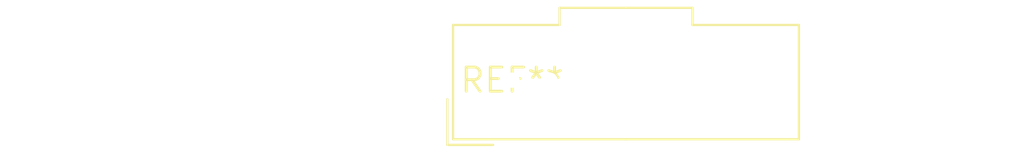
<source format=kicad_pcb>
(kicad_pcb (version 20240108) (generator pcbnew)
  (layers (0 "F.Cu" signal) (31 "B.Cu" signal) (34 "B.Paste" user) (35 "F.Paste" user) (36 "B.SilkS" user "B.Silkscreen") (37 "F.SilkS" user "F.Silkscreen") (38 "B.Mask" user) (39 "F.Mask" user) (44 "Edge.Cuts" user))
  (net 0 "")
  (footprint "Molex_MicroClasp_55932-0710_1x07_P2.00mm_Vertical" (layer "F.Cu") (at 0 0)
    (property "Reference" "REF**")
    (property "Value" "Molex_MicroClasp_55932-0710_1x07_P2.00mm_Vertical")
    (fp_line (start -3.41 1) (end -3.41 3.41) (layer "F.SilkS") (stroke (width 0.12)))
    (fp_line (start -3.41 3.41) (end -1 3.41) (layer "F.SilkS") (stroke (width 0.12)))
    (fp_line (start -3.11 -2.91) (end -3.11 3.11) (layer "F.SilkS") (stroke (width 0.12)))
    (fp_line (start -3.11 3.11) (end 6 3.11) (layer "F.SilkS") (stroke (width 0.12)))
    (fp_line (start 2.5 -3.81) (end 2.5 -2.91) (layer "F.SilkS") (stroke (width 0.12)))
    (fp_line (start 2.5 -2.91) (end -3.11 -2.91) (layer "F.SilkS") (stroke (width 0.12)))
    (fp_line (start 6 -3.81) (end 2.5 -3.81) (layer "F.SilkS") (stroke (width 0.12)))
    (fp_line (start 6 -3.81) (end 9.5 -3.81) (layer "F.SilkS") (stroke (width 0.12)))
    (fp_line (start 9.5 -3.81) (end 9.5 -2.91) (layer "F.SilkS") (stroke (width 0.12)))
    (fp_line (start 9.5 -2.91) (end 15.11 -2.91) (layer "F.SilkS") (stroke (width 0.12)))
    (fp_line (start 15.11 -2.91) (end 15.11 3.11) (layer "F.SilkS") (stroke (width 0.12)))
    (fp_line (start 15.11 3.11) (end 6 3.11) (layer "F.SilkS") (stroke (width 0.12)))
    (pad "" np_thru_hole circle (at 14 -1.9) (size 1.3 1.3) (drill 1.3) (layers *.Cu *.Mask))
    (pad "1" thru_hole roundrect (at 0 0) (size 1.2 1.8) (drill 0.8) (layers *.Cu *.Mask) (remove_unused_layers) (roundrect_rratio 0.208333))
    (pad "2" thru_hole oval (at 2 0) (size 1.2 1.8) (drill 0.8) (layers *.Cu *.Mask) (remove_unused_layers))
    (pad "3" thru_hole oval (at 4 0) (size 1.2 1.8) (drill 0.8) (layers *.Cu *.Mask) (remove_unused_layers))
    (pad "4" thru_hole oval (at 6 0) (size 1.2 1.8) (drill 0.8) (layers *.Cu *.Mask) (remove_unused_layers))
    (pad "5" thru_hole oval (at 8 0) (size 1.2 1.8) (drill 0.8) (layers *.Cu *.Mask) (remove_unused_layers))
    (pad "6" thru_hole oval (at 10 0) (size 1.2 1.8) (drill 0.8) (layers *.Cu *.Mask) (remove_unused_layers))
    (pad "7" thru_hole oval (at 12 0) (size 1.2 1.8) (drill 0.8) (layers *.Cu *.Mask) (remove_unused_layers))
  )
)
</source>
